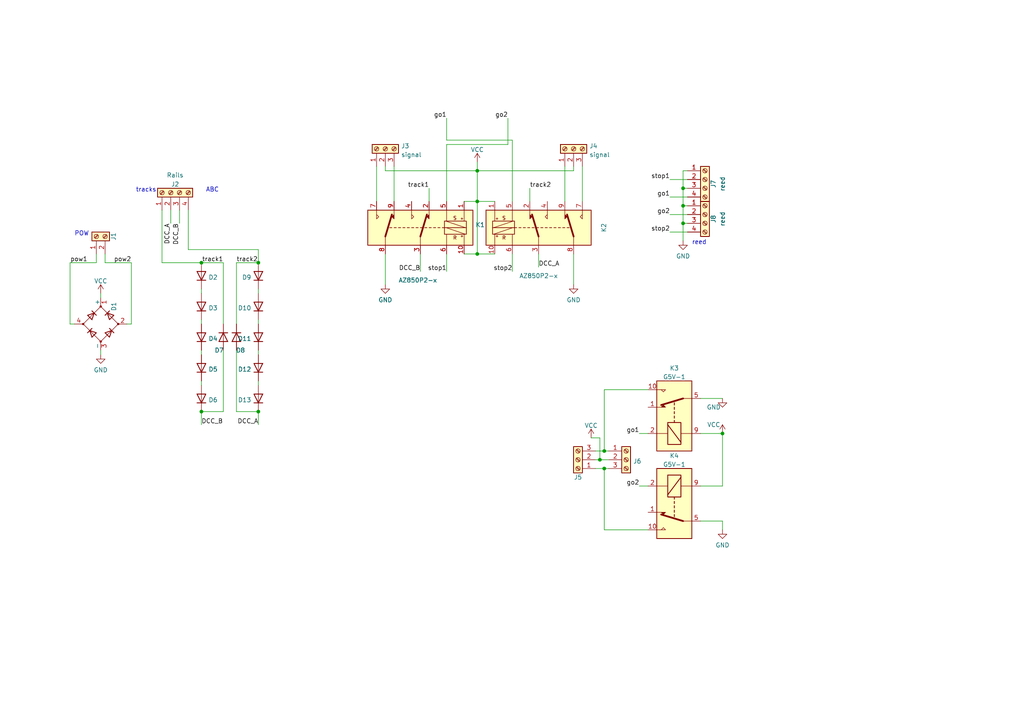
<source format=kicad_sch>
(kicad_sch (version 20211123) (generator eeschema)
  (paper "A4")
  (lib_symbols
    (symbol "Connector:Screw_Terminal_01x02" (pin_names (offset 1.016) hide)
      (property "Reference" "J" (at 0 2.54 0))
      (property "Value" "Screw_Terminal_01x02" (at 0 -5.08 0))
      (symbol "Screw_Terminal_01x02_1_1"
        (rectangle (start -1.27 1.27) (end 1.27 -3.81) (stroke (width 0.254)) (fill (type background)))
        (circle (center 0 -2.54) (radius 0.635) (stroke (width 0.1524)))
        (polyline (pts (xy -0.5334 -2.2098) (xy 0.3302 -3.048)) (stroke (width 0.1524)))
        (polyline (pts (xy -0.5334 0.3302) (xy 0.3302 -0.508)) (stroke (width 0.1524)))
        (polyline (pts (xy -0.3556 -2.032) (xy 0.508 -2.8702)) (stroke (width 0.1524)))
        (polyline (pts (xy -0.3556 0.508) (xy 0.508 -0.3302)) (stroke (width 0.1524)))
        (circle (center 0 0) (radius 0.635) (stroke (width 0.1524)))
        (pin passive line (at -5.08 0 0) (length 3.81) (name "Pin_1") (number "1"))
        (pin passive line (at -5.08 -2.54 0) (length 3.81) (name "Pin_2") (number "2"))
      )
    )
    (symbol "Connector:Screw_Terminal_01x03" (pin_names (offset 1.016) hide)
      (property "Reference" "J" (at 0 5.08 0))
      (property "Value" "Screw_Terminal_01x03" (at 0 -5.08 0))
      (symbol "Screw_Terminal_01x03_1_1"
        (rectangle (start -1.27 3.81) (end 1.27 -3.81) (stroke (width 0.254)) (fill (type background)))
        (circle (center 0 -2.54) (radius 0.635) (stroke (width 0.1524)))
        (polyline (pts (xy -0.5334 -2.2098) (xy 0.3302 -3.048)) (stroke (width 0.1524)))
        (polyline (pts (xy -0.5334 0.3302) (xy 0.3302 -0.508)) (stroke (width 0.1524)))
        (polyline (pts (xy -0.5334 2.8702) (xy 0.3302 2.032)) (stroke (width 0.1524)))
        (polyline (pts (xy -0.3556 -2.032) (xy 0.508 -2.8702)) (stroke (width 0.1524)))
        (polyline (pts (xy -0.3556 0.508) (xy 0.508 -0.3302)) (stroke (width 0.1524)))
        (polyline (pts (xy -0.3556 3.048) (xy 0.508 2.2098)) (stroke (width 0.1524)))
        (circle (center 0 0) (radius 0.635) (stroke (width 0.1524)))
        (circle (center 0 2.54) (radius 0.635) (stroke (width 0.1524)))
        (pin passive line (at -5.08 2.54 0) (length 3.81) (name "Pin_1") (number "1"))
        (pin passive line (at -5.08 0 0) (length 3.81) (name "Pin_2") (number "2"))
        (pin passive line (at -5.08 -2.54 0) (length 3.81) (name "Pin_3") (number "3"))
      )
    )
    (symbol "Connector:Screw_Terminal_01x04" (pin_names (offset 1.016) hide)
      (property "Reference" "J" (at 0 5.08 0))
      (property "Value" "Screw_Terminal_01x04" (at 0 -7.62 0))
      (symbol "Screw_Terminal_01x04_1_1"
        (rectangle (start -1.27 3.81) (end 1.27 -6.35) (stroke (width 0.254)) (fill (type background)))
        (circle (center 0 -5.08) (radius 0.635) (stroke (width 0.1524)))
        (circle (center 0 -2.54) (radius 0.635) (stroke (width 0.1524)))
        (polyline (pts (xy -0.5334 -4.7498) (xy 0.3302 -5.588)) (stroke (width 0.1524)))
        (polyline (pts (xy -0.5334 -2.2098) (xy 0.3302 -3.048)) (stroke (width 0.1524)))
        (polyline (pts (xy -0.5334 0.3302) (xy 0.3302 -0.508)) (stroke (width 0.1524)))
        (polyline (pts (xy -0.5334 2.8702) (xy 0.3302 2.032)) (stroke (width 0.1524)))
        (polyline (pts (xy -0.3556 -4.572) (xy 0.508 -5.4102)) (stroke (width 0.1524)))
        (polyline (pts (xy -0.3556 -2.032) (xy 0.508 -2.8702)) (stroke (width 0.1524)))
        (polyline (pts (xy -0.3556 0.508) (xy 0.508 -0.3302)) (stroke (width 0.1524)))
        (polyline (pts (xy -0.3556 3.048) (xy 0.508 2.2098)) (stroke (width 0.1524)))
        (circle (center 0 0) (radius 0.635) (stroke (width 0.1524)))
        (circle (center 0 2.54) (radius 0.635) (stroke (width 0.1524)))
        (pin passive line (at -5.08 2.54 0) (length 3.81) (name "Pin_1") (number "1"))
        (pin passive line (at -5.08 0 0) (length 3.81) (name "Pin_2") (number "2"))
        (pin passive line (at -5.08 -2.54 0) (length 3.81) (name "Pin_3") (number "3"))
        (pin passive line (at -5.08 -5.08 0) (length 3.81) (name "Pin_4") (number "4"))
      )
    )
    (symbol "Device:D" (pin_numbers hide) (pin_names (offset 1.016) hide)
      (property "Reference" "D" (at 0 2.54 0))
      (property "Value" "D" (at 0 -2.54 0))
      (symbol "D_0_1"
        (polyline (pts (xy -1.27 1.27) (xy -1.27 -1.27)) (stroke (width 0.254)))
        (polyline (pts (xy 1.27 0) (xy -1.27 0)))
        (polyline (pts (xy 1.27 1.27) (xy 1.27 -1.27) (xy -1.27 0) (xy 1.27 1.27)) (stroke (width 0.254)))
      )
      (symbol "D_1_1"
        (pin passive line (at -3.81 0 0) (length 2.54) (name "K") (number "1"))
        (pin passive line (at 3.81 0 180) (length 2.54) (name "A") (number "2"))
      )
    )
    (symbol "Device:D_Bridge_+A-A" (pin_names (offset 0))
      (property "Reference" "D" (at 2.54 6.985 0))
      (property "Value" "D_Bridge_+A-A" (at 2.54 5.08 0))
      (symbol "D_Bridge_+A-A_0_1"
        (circle (center -5.08 0) (radius 0.254) (fill (type outline)))
        (circle (center 0 -5.08) (radius 0.254) (fill (type outline)))
        (polyline (pts (xy -2.54 3.81) (xy -1.27 2.54)) (stroke (width 0.254)))
        (polyline (pts (xy -1.27 -2.54) (xy -2.54 -3.81)) (stroke (width 0.254)))
        (polyline (pts (xy 2.54 -1.27) (xy 3.81 -2.54)) (stroke (width 0.254)))
        (polyline (pts (xy 2.54 1.27) (xy 3.81 2.54)) (stroke (width 0.254)))
        (polyline (pts (xy -3.81 2.54) (xy -2.54 1.27) (xy -1.905 3.175) (xy -3.81 2.54)) (stroke (width 0.254)))
        (polyline (pts (xy -2.54 -1.27) (xy -3.81 -2.54) (xy -1.905 -3.175) (xy -2.54 -1.27)) (stroke (width 0.254)))
        (polyline (pts (xy 1.27 2.54) (xy 2.54 3.81) (xy 3.175 1.905) (xy 1.27 2.54)) (stroke (width 0.254)))
        (polyline (pts (xy 3.175 -1.905) (xy 1.27 -2.54) (xy 2.54 -3.81) (xy 3.175 -1.905)) (stroke (width 0.254)))
        (polyline (pts (xy -5.08 0) (xy 0 -5.08) (xy 5.08 0) (xy 0 5.08) (xy -5.08 0)))
        (circle (center 0 5.08) (radius 0.254) (fill (type outline)))
        (circle (center 5.08 0) (radius 0.254) (fill (type outline)))
      )
      (symbol "D_Bridge_+A-A_1_1"
        (pin passive line (at 7.62 0 180) (length 2.54) (name "+") (number "1"))
        (pin passive line (at 0 -7.62 90) (length 2.54) (name "~") (number "2"))
        (pin passive line (at -7.62 0 0) (length 2.54) (name "-") (number "3"))
        (pin passive line (at 0 7.62 270) (length 2.54) (name "~") (number "4"))
      )
    )
    (symbol "Relay:AZ850P2-x"
      (property "Reference" "K" (at 16.51 3.81 0))
      (property "Value" "AZ850P2-x" (at 16.51 1.27 0))
      (symbol "AZ850P2-x_0_0"
        (polyline (pts (xy -2.54 5.08) (xy -2.54 2.54) (xy -1.905 3.175) (xy -2.54 3.81)) (fill (type outline)))
        (polyline (pts (xy 2.54 5.08) (xy 2.54 2.54) (xy 1.905 3.175) (xy 2.54 3.81)))
        (polyline (pts (xy 7.62 5.08) (xy 7.62 2.54) (xy 8.255 3.175) (xy 7.62 3.81)) (fill (type outline)))
        (polyline (pts (xy 12.7 5.08) (xy 12.7 2.54) (xy 12.065 3.175) (xy 12.7 3.81)))
        (text "+" (at -12.065 -2.413 0) (effects (font (size 0.762 0.762))))
        (text "+" (at -12.065 2.667 0) (effects (font (size 0.762 0.762))))
        (text "R" (at -10.033 -2.921 0) (effects (font (size 1.016 1.016))))
        (text "S" (at -10.033 2.794 0) (effects (font (size 1.016 1.016))))
      )
      (symbol "AZ850P2-x_0_1"
        (rectangle (start -15.24 5.08) (end 15.24 -5.08) (stroke (width 0.254)) (fill (type background)))
        (rectangle (start -13.335 1.905) (end -6.985 -1.905) (stroke (width 0.2032)))
        (polyline (pts (xy -13.335 0) (xy -6.35 0)) (stroke (width 0.2032)))
        (polyline (pts (xy -13.081 -1.905) (xy -7.493 0)))
        (polyline (pts (xy -13.081 0) (xy -7.366 1.905)))
        (polyline (pts (xy -12.7 -5.08) (xy -12.7 -1.905)))
        (polyline (pts (xy -12.7 5.08) (xy -12.7 1.905)))
        (polyline (pts (xy -7.62 -5.08) (xy -7.62 -1.905)))
        (polyline (pts (xy -7.62 5.08) (xy -7.62 1.905)))
        (polyline (pts (xy -5.715 0) (xy -5.08 0)) (stroke (width 0.2032)))
        (polyline (pts (xy -4.445 0) (xy -3.81 0)) (stroke (width 0.2032)))
        (polyline (pts (xy -3.175 0) (xy -2.54 0)) (stroke (width 0.2032)))
        (polyline (pts (xy -1.905 0) (xy -1.27 0)) (stroke (width 0.2032)))
        (polyline (pts (xy -0.635 0) (xy 0 0)) (stroke (width 0.2032)))
        (polyline (pts (xy 0 -2.54) (xy -1.905 3.81)) (stroke (width 0.508)))
        (polyline (pts (xy 0 -2.54) (xy 0 -5.08)))
        (polyline (pts (xy 0.635 0) (xy 1.27 0)) (stroke (width 0.2032)))
        (polyline (pts (xy 1.905 0) (xy 2.54 0)) (stroke (width 0.2032)))
        (polyline (pts (xy 3.175 0) (xy 3.81 0)) (stroke (width 0.2032)))
        (polyline (pts (xy 4.445 0) (xy 5.08 0)) (stroke (width 0.2032)))
        (polyline (pts (xy 5.715 0) (xy 6.35 0)) (stroke (width 0.2032)))
        (polyline (pts (xy 6.985 0) (xy 7.62 0)) (stroke (width 0.2032)))
        (polyline (pts (xy 8.255 0) (xy 8.89 0)) (stroke (width 0.2032)))
        (polyline (pts (xy 10.16 -2.54) (xy 8.255 3.81)) (stroke (width 0.508)))
        (polyline (pts (xy 10.16 -2.54) (xy 10.16 -5.08)))
      )
      (symbol "AZ850P2-x_1_1"
        (pin passive line (at -12.7 7.62 270) (length 2.54) (name "~") (number "1"))
        (pin passive line (at -12.7 -7.62 90) (length 2.54) (name "~") (number "10"))
        (pin passive line (at -2.54 7.62 270) (length 2.54) (name "~") (number "2"))
        (pin passive line (at 0 -7.62 90) (length 2.54) (name "~") (number "3"))
        (pin passive line (at 2.54 7.62 270) (length 2.54) (name "~") (number "4"))
        (pin passive line (at -7.62 7.62 270) (length 2.54) (name "~") (number "5"))
        (pin passive line (at -7.62 -7.62 90) (length 2.54) (name "~") (number "6"))
        (pin passive line (at 12.7 7.62 270) (length 2.54) (name "~") (number "7"))
        (pin passive line (at 10.16 -7.62 90) (length 2.54) (name "~") (number "8"))
        (pin passive line (at 7.62 7.62 270) (length 2.54) (name "~") (number "9"))
      )
    )
    (symbol "Relay:G5V-1"
      (property "Reference" "K" (at 11.43 3.81 0))
      (property "Value" "G5V-1" (at 11.43 1.27 0))
      (symbol "G5V-1_0_0"
        (polyline (pts (xy 7.62 5.08) (xy 7.62 2.54) (xy 6.985 3.175) (xy 7.62 3.81)))
      )
      (symbol "G5V-1_0_1"
        (rectangle (start -10.16 5.08) (end 10.16 -5.08) (stroke (width 0.254)) (fill (type background)))
        (rectangle (start -8.255 1.905) (end -1.905 -1.905) (stroke (width 0.254)))
        (polyline (pts (xy -7.62 -1.905) (xy -2.54 1.905)) (stroke (width 0.254)))
        (polyline (pts (xy -5.08 -5.08) (xy -5.08 -1.905)))
        (polyline (pts (xy -5.08 5.08) (xy -5.08 1.905)))
        (polyline (pts (xy -1.905 0) (xy -1.27 0)) (stroke (width 0.254)))
        (polyline (pts (xy -0.635 0) (xy 0 0)) (stroke (width 0.254)))
        (polyline (pts (xy 0.635 0) (xy 1.27 0)) (stroke (width 0.254)))
        (polyline (pts (xy 1.905 0) (xy 2.54 0)) (stroke (width 0.254)))
        (polyline (pts (xy 3.175 0) (xy 3.81 0)) (stroke (width 0.254)))
        (polyline (pts (xy 5.08 -2.54) (xy 3.175 3.81)) (stroke (width 0.508)))
        (polyline (pts (xy 5.08 -2.54) (xy 5.08 -5.08)))
        (polyline (pts (xy 2.54 5.08) (xy 2.54 2.54) (xy 3.175 3.175) (xy 2.54 3.81)) (fill (type outline)))
      )
      (symbol "G5V-1_1_1"
        (pin passive line (at 2.54 7.62 270) (length 2.54) (name "~") (number "1"))
        (pin passive line (at 7.62 7.62 270) (length 2.54) (name "~") (number "10"))
        (pin passive line (at -5.08 7.62 270) (length 2.54) (name "~") (number "2"))
        (pin passive line (at 5.08 -7.62 90) (length 2.54) (name "~") (number "5"))
        (pin passive line (at 5.08 -7.62 90) (length 2.54) hide (name "~") (number "6"))
        (pin passive line (at -5.08 -7.62 90) (length 2.54) (name "~") (number "9"))
      )
    )
    (symbol "power:GND" (power) (pin_names (offset 0))
      (property "Value" "GND" (at 0 -3.81 0))
      (symbol "GND_0_1"
        (polyline (pts (xy 0 0) (xy 0 -1.27) (xy 1.27 -1.27) (xy 0 -2.54) (xy -1.27 -1.27) (xy 0 -1.27)))
      )
      (symbol "GND_1_1"
        (pin power_in line (at 0 0 270) (length 0) hide (name "GND") (number "1"))
      )
    )
    (symbol "power:VCC" (power) (pin_names (offset 0))
      (property "Value" "VCC" (at 0 3.81 0))
      (symbol "VCC_0_1"
        (polyline (pts (xy -0.762 1.27) (xy 0 2.54)))
        (polyline (pts (xy 0 0) (xy 0 2.54)))
        (polyline (pts (xy 0 2.54) (xy 0.762 1.27)))
      )
      (symbol "VCC_1_1"
        (pin power_in line (at 0 0 90) (length 0) hide (name "VCC") (number "1"))
      )
    )
  )
  (junction (at 198.12 54.61))
  (junction (at 138.43 73.66))
  (junction (at 138.43 49.53))
  (junction (at 173.99 133.35))
  (junction (at 175.26 135.89))
  (junction (at 138.43 58.42))
  (junction (at 198.12 59.69))
  (junction (at 198.12 64.77))
  (junction (at 58.42 76.2))
  (junction (at 74.93 119.38))
  (junction (at 58.42 119.38))
  (junction (at 209.55 125.73))
  (junction (at 74.93 76.2))
  (junction (at 175.26 130.81))
  (wire (pts (xy 173.99 133.35) (xy 176.53 133.35)))
  (wire (pts (xy 64.77 76.2) (xy 58.42 76.2)))
  (wire (pts (xy 129.54 73.66) (xy 129.54 78.74)))
  (wire (pts (xy 52.07 60.96) (xy 52.07 64.77)))
  (wire (pts (xy 138.43 49.53) (xy 166.37 49.53)))
  (wire (pts (xy 129.54 40.64) (xy 148.59 40.64)))
  (wire (pts (xy 68.58 76.2) (xy 74.93 76.2)))
  (wire (pts (xy 134.62 58.42) (xy 138.43 58.42)))
  (wire (pts (xy 198.12 54.61) (xy 199.39 54.61)))
  (wire (pts (xy 168.91 48.26) (xy 168.91 58.42)))
  (wire (pts (xy 46.99 60.96) (xy 46.99 76.2)))
  (wire (pts (xy 199.39 67.31) (xy 194.31 67.31)))
  (wire (pts (xy 74.93 111.76) (xy 74.93 110.49)))
  (wire (pts (xy 175.26 135.89) (xy 176.53 135.89)))
  (wire (pts (xy 138.43 46.99) (xy 138.43 49.53)))
  (wire (pts (xy 68.58 93.98) (xy 68.58 76.2)))
  (wire (pts (xy 148.59 73.66) (xy 148.59 78.74)))
  (wire (pts (xy 29.21 101.6) (xy 29.21 102.87)))
  (wire (pts (xy 203.2 115.57) (xy 209.55 115.57)))
  (wire (pts (xy 20.32 93.98) (xy 21.59 93.98)))
  (wire (pts (xy 198.12 59.69) (xy 199.39 59.69)))
  (wire (pts (xy 156.21 73.66) (xy 156.21 77.47)))
  (wire (pts (xy 121.92 73.66) (xy 121.92 78.74)))
  (wire (pts (xy 147.32 41.91) (xy 129.54 41.91)))
  (wire (pts (xy 46.99 76.2) (xy 58.42 76.2)))
  (wire (pts (xy 166.37 49.53) (xy 166.37 48.26)))
  (wire (pts (xy 134.62 73.66) (xy 138.43 73.66)))
  (wire (pts (xy 175.26 113.03) (xy 187.96 113.03)))
  (wire (pts (xy 58.42 102.87) (xy 58.42 101.6)))
  (wire (pts (xy 54.61 72.39) (xy 74.93 72.39)))
  (wire (pts (xy 198.12 59.69) (xy 198.12 54.61)))
  (wire (pts (xy 198.12 49.53) (xy 199.39 49.53)))
  (wire (pts (xy 173.99 127) (xy 171.45 127)))
  (wire (pts (xy 114.3 48.26) (xy 114.3 58.42)))
  (wire (pts (xy 203.2 151.13) (xy 209.55 151.13)))
  (wire (pts (xy 27.94 76.2) (xy 27.94 73.66)))
  (wire (pts (xy 58.42 119.38) (xy 58.42 123.19)))
  (wire (pts (xy 203.2 125.73) (xy 209.55 125.73)))
  (wire (pts (xy 199.39 57.15) (xy 194.31 57.15)))
  (wire (pts (xy 175.26 153.67) (xy 187.96 153.67)))
  (wire (pts (xy 175.26 135.89) (xy 175.26 153.67)))
  (wire (pts (xy 147.32 34.29) (xy 147.32 41.91)))
  (wire (pts (xy 199.39 62.23) (xy 194.31 62.23)))
  (wire (pts (xy 68.58 101.6) (xy 68.58 119.38)))
  (wire (pts (xy 27.94 76.2) (xy 20.32 76.2)))
  (wire (pts (xy 209.55 125.73) (xy 209.55 140.97)))
  (wire (pts (xy 138.43 73.66) (xy 143.51 73.66)))
  (wire (pts (xy 203.2 140.97) (xy 209.55 140.97)))
  (wire (pts (xy 38.1 76.2) (xy 38.1 93.98)))
  (wire (pts (xy 54.61 60.96) (xy 54.61 72.39)))
  (wire (pts (xy 29.21 85.09) (xy 29.21 86.36)))
  (wire (pts (xy 209.55 153.67) (xy 209.55 151.13)))
  (wire (pts (xy 58.42 93.98) (xy 58.42 92.71)))
  (wire (pts (xy 129.54 34.29) (xy 129.54 40.64)))
  (wire (pts (xy 175.26 130.81) (xy 175.26 113.03)))
  (wire (pts (xy 198.12 64.77) (xy 198.12 59.69)))
  (wire (pts (xy 185.42 125.73) (xy 187.96 125.73)))
  (wire (pts (xy 58.42 111.76) (xy 58.42 110.49)))
  (wire (pts (xy 198.12 54.61) (xy 198.12 49.53)))
  (wire (pts (xy 64.77 101.6) (xy 64.77 119.38)))
  (wire (pts (xy 185.42 140.97) (xy 187.96 140.97)))
  (wire (pts (xy 175.26 130.81) (xy 176.53 130.81)))
  (wire (pts (xy 58.42 119.38) (xy 64.77 119.38)))
  (wire (pts (xy 172.72 133.35) (xy 173.99 133.35)))
  (wire (pts (xy 74.93 93.98) (xy 74.93 92.71)))
  (wire (pts (xy 166.37 73.66) (xy 166.37 82.55)))
  (wire (pts (xy 109.22 48.26) (xy 109.22 58.42)))
  (wire (pts (xy 58.42 85.09) (xy 58.42 83.82)))
  (wire (pts (xy 30.48 76.2) (xy 38.1 76.2)))
  (wire (pts (xy 138.43 58.42) (xy 143.51 58.42)))
  (wire (pts (xy 172.72 135.89) (xy 175.26 135.89)))
  (wire (pts (xy 20.32 76.2) (xy 20.32 93.98)))
  (wire (pts (xy 74.93 85.09) (xy 74.93 83.82)))
  (wire (pts (xy 199.39 64.77) (xy 198.12 64.77)))
  (wire (pts (xy 148.59 40.64) (xy 148.59 58.42)))
  (wire (pts (xy 38.1 93.98) (xy 36.83 93.98)))
  (wire (pts (xy 74.93 119.38) (xy 68.58 119.38)))
  (wire (pts (xy 30.48 76.2) (xy 30.48 73.66)))
  (wire (pts (xy 111.76 73.66) (xy 111.76 82.55)))
  (wire (pts (xy 64.77 93.98) (xy 64.77 76.2)))
  (wire (pts (xy 163.83 48.26) (xy 163.83 58.42)))
  (wire (pts (xy 111.76 49.53) (xy 138.43 49.53)))
  (wire (pts (xy 74.93 72.39) (xy 74.93 76.2)))
  (wire (pts (xy 138.43 49.53) (xy 138.43 58.42)))
  (wire (pts (xy 49.53 60.96) (xy 49.53 64.77)))
  (wire (pts (xy 199.39 52.07) (xy 194.31 52.07)))
  (wire (pts (xy 153.67 54.61) (xy 153.67 58.42)))
  (wire (pts (xy 172.72 130.81) (xy 175.26 130.81)))
  (wire (pts (xy 111.76 48.26) (xy 111.76 49.53)))
  (wire (pts (xy 74.93 119.38) (xy 74.93 123.19)))
  (wire (pts (xy 124.46 54.61) (xy 124.46 58.42)))
  (wire (pts (xy 198.12 64.77) (xy 198.12 69.85)))
  (wire (pts (xy 129.54 41.91) (xy 129.54 58.42)))
  (wire (pts (xy 173.99 133.35) (xy 173.99 127)))
  (wire (pts (xy 74.93 102.87) (xy 74.93 101.6)))
  (wire (pts (xy 138.43 58.42) (xy 138.43 73.66)))
  (text "ABC" (at 59.69 55.88 0) (effects (font (size 1.27 1.27)) (justify left bottom)))
  (text "POW\n" (at 21.59 68.58 0) (effects (font (size 1.27 1.27)) (justify left bottom)))
  (text "tracks" (at 39.37 55.88 0) (effects (font (size 1.27 1.27)) (justify left bottom)))
  (text "reed\n" (at 200.66 71.12 0) (effects (font (size 1.27 1.27)) (justify left bottom)))
  (label "track1" (at 124.46 54.61 180))
  (label "DCC_A" (at 49.53 64.77 270))
  (label "DCC_B" (at 121.92 78.74 180))
  (label "go1" (at 129.54 34.29 180))
  (label "DCC_B" (at 58.42 123.19 0))
  (label "DCC_B" (at 52.07 64.77 270))
  (label "stop2" (at 148.59 78.74 180))
  (label "stop1" (at 129.54 78.74 180))
  (label "go2" (at 147.32 34.29 180))
  (label "go1" (at 185.42 125.73 180))
  (label "track1" (at 64.77 76.2 180))
  (label "track2" (at 68.58 76.2 0))
  (label "DCC_A" (at 156.21 77.47 0))
  (label "go2" (at 185.42 140.97 180))
  (label "stop2" (at 194.31 67.31 180))
  (label "pow2" (at 33.02 76.2 0))
  (label "DCC_A" (at 74.93 123.19 180))
  (label "stop1" (at 194.31 52.07 180))
  (label "go2" (at 194.31 62.23 180))
  (label "go1" (at 194.31 57.15 180))
  (label "pow1" (at 25.4 76.2 180))
  (label "track2" (at 153.67 54.61 0))
  (symbol (lib_id "Relay:G5V-1") (at 195.58 120.65 90) (unit 1)
    (property "Reference" "K3" (at 195.58 106.7902 90))
    (property "Value" "G5V-1" (at 195.58 109.3271 90))
    (property "Footprint" "Relay_THT:Relay_SPDT_Omron_G5V-1" (effects hide))
    (property "Datasheet" "http://omronfs.omron.com/en_US/ecb/products/pdf/en-g5v_1.pdf" (effects hide))
  )
  (symbol (lib_id "Relay:G5V-1") (at 195.58 146.05 90) (mirror x) (unit 1)
    (property "Reference" "K4" (at 195.58 132.1902 90))
    (property "Value" "G5V-1" (at 195.58 134.7271 90))
    (property "Footprint" "Relay_THT:Relay_SPDT_Omron_G5V-1" (effects hide))
    (property "Datasheet" "http://omronfs.omron.com/en_US/ecb/products/pdf/en-g5v_1.pdf" (effects hide))
  )
  (symbol (lib_id "power:GND") (at 166.37 82.55 0) (unit 1)
    (property "Reference" "#PWR05" (effects hide))
    (property "Value" "GND" (at 166.37 86.9934 0))
  )
  (symbol (lib_id "Device:D") (at 58.42 88.9 90) (unit 1)
    (property "Reference" "D3" (at 60.452 89.3338 90) (effects (justify right)))
    (property "Value" "D" (effects hide))
    (property "Footprint" "Diode_THT:D_DO-34_SOD68_P7.62mm_Horizontal" (effects hide))
  )
  (symbol (lib_id "Device:D") (at 74.93 115.57 270) (mirror x) (unit 1)
    (property "Reference" "D13" (at 72.898 116.0038 90) (effects (justify right)))
    (property "Value" "D" (effects hide))
    (property "Footprint" "Diode_THT:D_DO-34_SOD68_P7.62mm_Horizontal" (effects hide))
  )
  (symbol (lib_id "Connector:Screw_Terminal_01x03") (at 167.64 133.35 180) (unit 1)
    (property "Reference" "J5" (at 167.64 138.43 0))
    (property "Value" "Points" (effects hide))
    (property "Footprint" "TerminalBlock_Phoenix:TerminalBlock_Phoenix_MKDS-1,5-3-5.08_1x03_P5.08mm_Horizontal" (effects hide))
  )
  (symbol (lib_id "power:VCC") (at 171.45 127 0) (unit 1)
    (property "Reference" "#PWR06" (effects hide))
    (property "Value" "VCC" (at 171.45 123.4242 0))
  )
  (symbol (lib_id "Device:D") (at 58.42 106.68 90) (unit 1)
    (property "Reference" "D5" (at 60.452 107.1138 90) (effects (justify right)))
    (property "Value" "D" (effects hide))
    (property "Footprint" "Diode_THT:D_DO-34_SOD68_P7.62mm_Horizontal" (effects hide))
  )
  (symbol (lib_id "Device:D") (at 58.42 115.57 90) (unit 1)
    (property "Reference" "D6" (at 60.452 116.0038 90) (effects (justify right)))
    (property "Value" "D" (effects hide))
    (property "Footprint" "Diode_THT:D_DO-34_SOD68_P7.62mm_Horizontal" (effects hide))
  )
  (symbol (lib_id "power:GND") (at 29.21 102.87 0) (unit 1)
    (property "Reference" "#PWR02" (effects hide))
    (property "Value" "GND" (at 29.21 107.3134 0))
  )
  (symbol (lib_id "power:GND") (at 111.76 82.55 0) (unit 1)
    (property "Reference" "#PWR03" (effects hide))
    (property "Value" "GND" (at 111.76 86.9934 0))
  )
  (symbol (lib_id "Device:D") (at 74.93 97.79 270) (mirror x) (unit 1)
    (property "Reference" "D11" (at 72.898 98.2238 90) (effects (justify right)))
    (property "Value" "D" (effects hide))
    (property "Footprint" "Diode_THT:D_DO-34_SOD68_P7.62mm_Horizontal" (effects hide))
  )
  (symbol (lib_id "power:GND") (at 209.55 153.67 0) (unit 1)
    (property "Reference" "#PWR010" (effects hide))
    (property "Value" "GND" (at 209.55 158.1134 0))
  )
  (symbol (lib_id "power:GND") (at 209.55 115.57 0) (unit 1)
    (property "Reference" "#PWR08" (effects hide))
    (property "Value" "GND" (at 207.01 118.11 0))
  )
  (symbol (lib_id "Connector:Screw_Terminal_01x04") (at 204.47 62.23 0) (unit 1)
    (property "Reference" "J8" (at 206.9028 63.5 90))
    (property "Value" "reed" (at 209.55 63.5 90))
    (property "Footprint" "TerminalBlock_Phoenix:TerminalBlock_Phoenix_MKDS-1,5-4-5.08_1x04_P5.08mm_Horizontal" (effects hide))
  )
  (symbol (lib_id "Connector:Screw_Terminal_01x04") (at 49.53 55.88 90) (unit 1)
    (property "Reference" "J2" (at 50.8 53.4472 90))
    (property "Value" "Rails" (at 50.8 50.8 90))
    (property "Footprint" "TerminalBlock_Phoenix:TerminalBlock_Phoenix_MKDS-1,5-4-5.08_1x04_P5.08mm_Horizontal" (effects hide))
  )
  (symbol (lib_id "power:GND") (at 198.12 69.85 0) (unit 1)
    (property "Reference" "#PWR07" (effects hide))
    (property "Value" "GND" (at 198.12 74.2934 0))
  )
  (symbol (lib_id "Device:D") (at 68.58 97.79 90) (mirror x) (unit 1)
    (property "Reference" "D8" (at 71.12 101.6 90) (effects (justify left)))
    (property "Value" "D" (effects hide))
    (property "Footprint" "Diode_THT:D_DO-34_SOD68_P7.62mm_Horizontal" (effects hide))
  )
  (symbol (lib_id "Connector:Screw_Terminal_01x03") (at 181.61 133.35 0) (unit 1)
    (property "Reference" "J6" (at 183.642 133.7838 0) (effects (justify left)))
    (property "Value" "points" (effects hide))
    (property "Footprint" "TerminalBlock_Phoenix:TerminalBlock_Phoenix_MKDS-1,5-3-5.08_1x03_P5.08mm_Horizontal" (effects hide))
  )
  (symbol (lib_id "Device:D") (at 58.42 80.01 90) (unit 1)
    (property "Reference" "D2" (at 60.452 80.4438 90) (effects (justify right)))
    (property "Value" "D" (effects hide))
    (property "Footprint" "Diode_THT:D_DO-34_SOD68_P7.62mm_Horizontal" (effects hide))
  )
  (symbol (lib_id "power:VCC") (at 209.55 125.73 0) (unit 1)
    (property "Reference" "#PWR09" (effects hide))
    (property "Value" "VCC" (at 207.01 123.19 0))
  )
  (symbol (lib_id "power:VCC") (at 29.21 85.09 0) (unit 1)
    (property "Reference" "#PWR01" (effects hide))
    (property "Value" "VCC" (at 29.21 81.5142 0))
  )
  (symbol (lib_id "Device:D") (at 64.77 97.79 270) (unit 1)
    (property "Reference" "D7" (at 62.23 101.6 90) (effects (justify left)))
    (property "Value" "D" (effects hide))
    (property "Footprint" "Diode_THT:D_DO-34_SOD68_P7.62mm_Horizontal" (effects hide))
  )
  (symbol (lib_id "Connector:Screw_Terminal_01x02") (at 27.94 68.58 90) (unit 1)
    (property "Reference" "J1" (at 32.9128 68.58 0))
    (property "Value" "Screw_Terminal_01x02" (effects hide))
    (property "Footprint" "TerminalBlock_Phoenix:TerminalBlock_Phoenix_MKDS-1,5-2-5.08_1x02_P5.08mm_Horizontal" (effects hide))
  )
  (symbol (lib_id "Device:D") (at 74.93 88.9 270) (mirror x) (unit 1)
    (property "Reference" "D10" (at 72.898 89.3338 90) (effects (justify right)))
    (property "Value" "D" (effects hide))
    (property "Footprint" "Diode_THT:D_DO-34_SOD68_P7.62mm_Horizontal" (effects hide))
  )
  (symbol (lib_id "Relay:AZ850P2-x") (at 156.21 66.04 0) (unit 1)
    (property "Reference" "K2" (at 175.1498 66.04 90))
    (property "Value" "AZ850P2-x" (at 156.21 80.01 0))
    (property "Footprint" "Relay_THT:Relay_DPDT_FRT5" (effects hide))
    (property "Datasheet" "http://www.azettler.com/pdfs/az850.pdf" (effects hide))
  )
  (symbol (lib_id "Device:D") (at 58.42 97.79 90) (unit 1)
    (property "Reference" "D4" (at 60.452 98.2238 90) (effects (justify right)))
    (property "Value" "D" (effects hide))
    (property "Footprint" "Diode_THT:D_DO-34_SOD68_P7.62mm_Horizontal" (effects hide))
  )
  (symbol (lib_id "Connector:Screw_Terminal_01x03") (at 166.37 43.18 90) (unit 1)
    (property "Reference" "J4" (at 170.942 42.3453 90) (effects (justify right)))
    (property "Value" "signal" (at 170.942 44.8822 90) (effects (justify right)))
    (property "Footprint" "TerminalBlock_Phoenix:TerminalBlock_Phoenix_MKDS-1,5-3-5.08_1x03_P5.08mm_Horizontal" (effects hide))
  )
  (symbol (lib_id "Device:D") (at 74.93 106.68 270) (mirror x) (unit 1)
    (property "Reference" "D12" (at 72.898 107.1138 90) (effects (justify right)))
    (property "Value" "D" (effects hide))
    (property "Footprint" "Diode_THT:D_DO-34_SOD68_P7.62mm_Horizontal" (effects hide))
  )
  (symbol (lib_id "Connector:Screw_Terminal_01x03") (at 111.76 43.18 90) (unit 1)
    (property "Reference" "J3" (at 116.332 42.3453 90) (effects (justify right)))
    (property "Value" "signal" (at 116.332 44.8822 90) (effects (justify right)))
    (property "Footprint" "TerminalBlock_Phoenix:TerminalBlock_Phoenix_MKDS-1,5-3-5.08_1x03_P5.08mm_Horizontal" (effects hide))
  )
  (symbol (lib_id "Connector:Screw_Terminal_01x04") (at 204.47 52.07 0) (unit 1)
    (property "Reference" "J7" (at 206.9028 53.34 90))
    (property "Value" "reed" (at 209.55 53.34 90))
    (property "Footprint" "TerminalBlock_Phoenix:TerminalBlock_Phoenix_MKDS-1,5-4-5.08_1x04_P5.08mm_Horizontal" (effects hide))
  )
  (symbol (lib_id "Device:D") (at 74.93 80.01 270) (mirror x) (unit 1)
    (property "Reference" "D9" (at 72.898 80.4438 90) (effects (justify right)))
    (property "Value" "D" (effects hide))
    (property "Footprint" "Diode_THT:D_DO-34_SOD68_P7.62mm_Horizontal" (effects hide))
  )
  (symbol (lib_id "Relay:AZ850P2-x") (at 121.92 66.04 0) (mirror y) (unit 1)
    (property "Reference" "K1" (at 137.922 65.2053 0) (effects (justify right)))
    (property "Value" "AZ850P2-x" (at 115.57 81.28 0) (effects (justify right)))
    (property "Footprint" "Relay_THT:Relay_DPDT_FRT5" (effects hide))
    (property "Datasheet" "http://www.azettler.com/pdfs/az850.pdf" (effects hide))
  )
  (symbol (lib_id "Device:D_Bridge_+A-A") (at 29.21 93.98 90) (unit 1)
    (property "Reference" "D1" (at 33.02 88.9 0))
    (property "Value" "D_Bridge_+A-A" (effects hide))
    (property "Footprint" "Diode_THT:Diode_Bridge_Round_D9.0mm" (effects hide))
  )
  (symbol (lib_id "power:VCC") (at 138.43 46.99 0) (unit 1)
    (property "Reference" "#PWR04" (effects hide))
    (property "Value" "VCC" (at 138.43 43.4142 0))
  )
)
</source>
